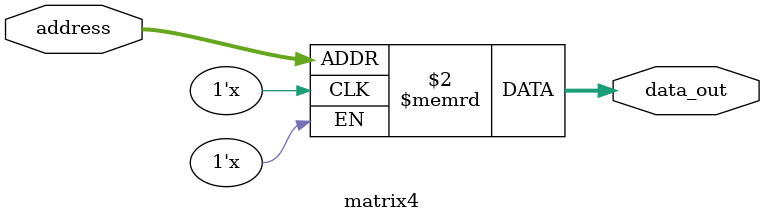
<source format=v>
module matrix4 (
    input wire [15:0] address,
    output reg signed [31:0] data_out
);
    (* ram_init_file = "weights4.mif" *) reg signed [31:0] memory [0:319];  // 32-bit values

    always @(*) begin
        data_out = memory[address];
    end
endmodule
</source>
